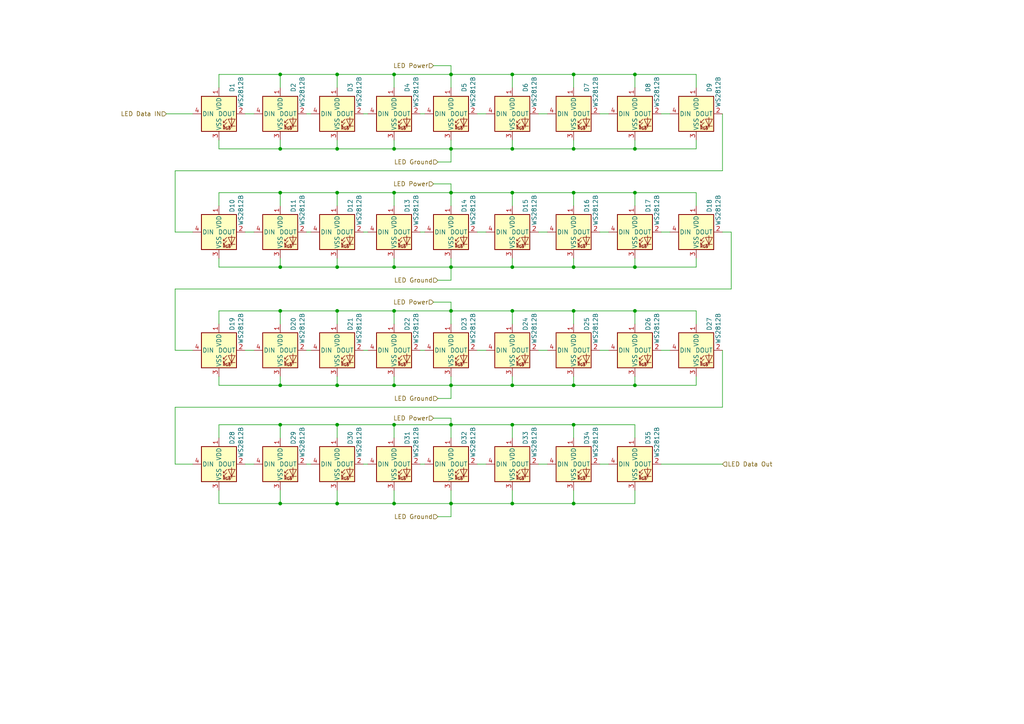
<source format=kicad_sch>
(kicad_sch (version 20211123) (generator eeschema)
  (paper "A4")
  (lib_symbols
    (symbol "LED:WS2812B" (pin_names (offset 0.254))
      (property "Reference" "D" (at 5.08 5.715 0))
      (property "Value" "WS2812B" (at 1.27 -5.715 0))
      (symbol "WS2812B_0_0"
        (text "RGB" (at 2.286 -4.191 0) (effects (font (size 0.762 0.762))))
      )
      (symbol "WS2812B_0_1"
        (polyline (pts (xy 1.27 -3.556) (xy 1.778 -3.556)))
        (polyline (pts (xy 1.27 -2.54) (xy 1.778 -2.54)))
        (polyline (pts (xy 4.699 -3.556) (xy 2.667 -3.556)))
        (polyline (pts (xy 2.286 -2.54) (xy 1.27 -3.556) (xy 1.27 -3.048)))
        (polyline (pts (xy 2.286 -1.524) (xy 1.27 -2.54) (xy 1.27 -2.032)))
        (polyline (pts (xy 3.683 -1.016) (xy 3.683 -3.556) (xy 3.683 -4.064)))
        (polyline (pts (xy 4.699 -1.524) (xy 2.667 -1.524) (xy 3.683 -3.556) (xy 4.699 -1.524)))
        (rectangle (start 5.08 5.08) (end -5.08 -5.08) (stroke (width 0.254)) (fill (type background)))
      )
      (symbol "WS2812B_1_1"
        (pin power_in line (at 0 7.62 270) (length 2.54) (name "VDD") (number "1"))
        (pin output line (at 7.62 0 180) (length 2.54) (name "DOUT") (number "2"))
        (pin power_in line (at 0 -7.62 90) (length 2.54) (name "VSS") (number "3"))
        (pin input line (at -7.62 0 0) (length 2.54) (name "DIN") (number "4"))
      )
    )
  )
  (junction (at 97.79 77.47))
  (junction (at 148.59 43.18))
  (junction (at 184.15 90.17))
  (junction (at 81.28 43.18))
  (junction (at 130.81 146.05))
  (junction (at 148.59 21.59))
  (junction (at 130.81 55.88))
  (junction (at 81.28 123.19))
  (junction (at 97.79 123.19))
  (junction (at 148.59 111.76))
  (junction (at 166.37 55.88))
  (junction (at 148.59 90.17))
  (junction (at 81.28 21.59))
  (junction (at 81.28 146.05))
  (junction (at 97.79 21.59))
  (junction (at 81.28 90.17))
  (junction (at 130.81 21.59))
  (junction (at 184.15 21.59))
  (junction (at 130.81 90.17))
  (junction (at 114.3 55.88))
  (junction (at 81.28 77.47))
  (junction (at 97.79 90.17))
  (junction (at 148.59 146.05))
  (junction (at 184.15 43.18))
  (junction (at 81.28 55.88))
  (junction (at 81.28 111.76))
  (junction (at 184.15 55.88))
  (junction (at 184.15 77.47))
  (junction (at 166.37 43.18))
  (junction (at 148.59 77.47))
  (junction (at 130.81 43.18))
  (junction (at 166.37 146.05))
  (junction (at 166.37 77.47))
  (junction (at 166.37 90.17))
  (junction (at 130.81 123.19))
  (junction (at 148.59 55.88))
  (junction (at 114.3 146.05))
  (junction (at 97.79 43.18))
  (junction (at 166.37 111.76))
  (junction (at 166.37 21.59))
  (junction (at 97.79 146.05))
  (junction (at 130.81 111.76))
  (junction (at 184.15 111.76))
  (junction (at 97.79 55.88))
  (junction (at 114.3 77.47))
  (junction (at 114.3 21.59))
  (junction (at 114.3 90.17))
  (junction (at 130.81 77.47))
  (junction (at 97.79 111.76))
  (junction (at 166.37 123.19))
  (junction (at 114.3 123.19))
  (junction (at 114.3 111.76))
  (junction (at 148.59 123.19))
  (junction (at 114.3 43.18))
  (wire (pts (xy 81.28 90.17) (xy 63.5 90.17)))
  (wire (pts (xy 81.28 77.47) (xy 81.28 74.93)))
  (wire (pts (xy 148.59 111.76) (xy 148.59 109.22)))
  (wire (pts (xy 63.5 142.24) (xy 63.5 146.05)))
  (wire (pts (xy 166.37 43.18) (xy 184.15 43.18)))
  (wire (pts (xy 125.73 87.63) (xy 130.81 87.63)))
  (wire (pts (xy 97.79 90.17) (xy 114.3 90.17)))
  (wire (pts (xy 184.15 111.76) (xy 184.15 109.22)))
  (wire (pts (xy 97.79 111.76) (xy 114.3 111.76)))
  (wire (pts (xy 166.37 123.19) (xy 166.37 127)))
  (wire (pts (xy 114.3 146.05) (xy 130.81 146.05)))
  (wire (pts (xy 97.79 77.47) (xy 114.3 77.47)))
  (wire (pts (xy 184.15 55.88) (xy 201.93 55.88)))
  (wire (pts (xy 184.15 55.88) (xy 184.15 59.69)))
  (wire (pts (xy 130.81 111.76) (xy 130.81 115.57)))
  (wire (pts (xy 97.79 77.47) (xy 81.28 77.47)))
  (wire (pts (xy 130.81 81.28) (xy 127 81.28)))
  (wire (pts (xy 191.77 101.6) (xy 194.31 101.6)))
  (wire (pts (xy 130.81 121.285) (xy 125.73 121.285)))
  (wire (pts (xy 173.99 134.62) (xy 176.53 134.62)))
  (wire (pts (xy 173.99 67.31) (xy 176.53 67.31)))
  (wire (pts (xy 97.79 111.76) (xy 97.79 109.22)))
  (wire (pts (xy 97.79 123.19) (xy 114.3 123.19)))
  (wire (pts (xy 156.21 67.31) (xy 158.75 67.31)))
  (wire (pts (xy 81.28 90.17) (xy 81.28 93.98)))
  (wire (pts (xy 130.81 146.05) (xy 130.81 142.24)))
  (wire (pts (xy 166.37 111.76) (xy 166.37 109.22)))
  (wire (pts (xy 63.5 90.17) (xy 63.5 93.98)))
  (wire (pts (xy 184.15 43.18) (xy 184.15 40.64)))
  (wire (pts (xy 130.81 111.76) (xy 130.81 109.22)))
  (wire (pts (xy 121.92 134.62) (xy 123.19 134.62)))
  (wire (pts (xy 191.77 33.02) (xy 194.31 33.02)))
  (wire (pts (xy 130.81 46.99) (xy 127 46.99)))
  (wire (pts (xy 81.28 21.59) (xy 63.5 21.59)))
  (wire (pts (xy 121.92 33.02) (xy 123.19 33.02)))
  (wire (pts (xy 130.81 90.17) (xy 148.59 90.17)))
  (wire (pts (xy 148.59 90.17) (xy 148.59 93.98)))
  (wire (pts (xy 130.81 146.05) (xy 130.81 149.86)))
  (wire (pts (xy 114.3 43.18) (xy 130.81 43.18)))
  (wire (pts (xy 173.99 33.02) (xy 176.53 33.02)))
  (wire (pts (xy 63.5 146.05) (xy 81.28 146.05)))
  (wire (pts (xy 166.37 21.59) (xy 166.37 25.4)))
  (wire (pts (xy 81.28 111.76) (xy 63.5 111.76)))
  (wire (pts (xy 130.81 123.19) (xy 130.81 121.285)))
  (wire (pts (xy 166.37 90.17) (xy 184.15 90.17)))
  (wire (pts (xy 130.81 55.88) (xy 148.59 55.88)))
  (wire (pts (xy 81.28 90.17) (xy 97.79 90.17)))
  (wire (pts (xy 125.73 53.34) (xy 130.81 53.34)))
  (wire (pts (xy 81.28 21.59) (xy 97.79 21.59)))
  (wire (pts (xy 156.21 134.62) (xy 158.75 134.62)))
  (wire (pts (xy 130.81 19.05) (xy 130.81 21.59)))
  (wire (pts (xy 114.3 111.76) (xy 130.81 111.76)))
  (wire (pts (xy 138.43 134.62) (xy 140.97 134.62)))
  (wire (pts (xy 209.55 118.11) (xy 50.8 118.11)))
  (wire (pts (xy 81.28 123.19) (xy 97.79 123.19)))
  (wire (pts (xy 212.09 67.31) (xy 212.09 83.82)))
  (wire (pts (xy 148.59 43.18) (xy 148.59 40.64)))
  (wire (pts (xy 166.37 146.05) (xy 166.37 142.24)))
  (wire (pts (xy 130.81 43.18) (xy 148.59 43.18)))
  (wire (pts (xy 97.79 123.19) (xy 97.79 127)))
  (wire (pts (xy 130.81 43.18) (xy 130.81 46.99)))
  (wire (pts (xy 191.77 67.31) (xy 194.31 67.31)))
  (wire (pts (xy 209.55 33.02) (xy 209.55 49.53)))
  (wire (pts (xy 201.93 109.22) (xy 201.93 111.76)))
  (wire (pts (xy 130.81 90.17) (xy 130.81 93.98)))
  (wire (pts (xy 166.37 90.17) (xy 166.37 93.98)))
  (wire (pts (xy 71.12 33.02) (xy 73.66 33.02)))
  (wire (pts (xy 81.28 111.76) (xy 81.28 109.22)))
  (wire (pts (xy 184.15 146.05) (xy 184.15 142.24)))
  (wire (pts (xy 209.55 101.6) (xy 209.55 118.11)))
  (wire (pts (xy 148.59 21.59) (xy 166.37 21.59)))
  (wire (pts (xy 114.3 123.19) (xy 114.3 127)))
  (wire (pts (xy 166.37 21.59) (xy 184.15 21.59)))
  (wire (pts (xy 81.28 55.88) (xy 97.79 55.88)))
  (wire (pts (xy 148.59 123.19) (xy 148.59 127)))
  (wire (pts (xy 130.81 123.19) (xy 130.81 127)))
  (wire (pts (xy 63.5 123.19) (xy 81.28 123.19)))
  (wire (pts (xy 81.28 77.47) (xy 63.5 77.47)))
  (wire (pts (xy 184.15 90.17) (xy 184.15 93.98)))
  (wire (pts (xy 184.15 111.76) (xy 201.93 111.76)))
  (wire (pts (xy 97.79 43.18) (xy 97.79 40.64)))
  (wire (pts (xy 71.12 134.62) (xy 73.66 134.62)))
  (wire (pts (xy 166.37 77.47) (xy 166.37 74.93)))
  (wire (pts (xy 201.93 40.64) (xy 201.93 43.18)))
  (wire (pts (xy 184.15 77.47) (xy 184.15 74.93)))
  (wire (pts (xy 173.99 101.6) (xy 176.53 101.6)))
  (wire (pts (xy 97.79 21.59) (xy 97.79 25.4)))
  (wire (pts (xy 71.12 101.6) (xy 73.66 101.6)))
  (wire (pts (xy 209.55 67.31) (xy 212.09 67.31)))
  (wire (pts (xy 97.79 55.88) (xy 114.3 55.88)))
  (wire (pts (xy 114.3 77.47) (xy 130.81 77.47)))
  (wire (pts (xy 212.09 83.82) (xy 50.8 83.82)))
  (wire (pts (xy 81.28 146.05) (xy 81.28 142.24)))
  (wire (pts (xy 97.79 146.05) (xy 114.3 146.05)))
  (wire (pts (xy 201.93 21.59) (xy 201.93 25.4)))
  (wire (pts (xy 130.81 115.57) (xy 127 115.57)))
  (wire (pts (xy 114.3 146.05) (xy 114.3 142.24)))
  (wire (pts (xy 130.81 55.88) (xy 130.81 59.69)))
  (wire (pts (xy 50.8 118.11) (xy 50.8 134.62)))
  (wire (pts (xy 88.9 101.6) (xy 90.17 101.6)))
  (wire (pts (xy 138.43 101.6) (xy 140.97 101.6)))
  (wire (pts (xy 130.81 87.63) (xy 130.81 90.17)))
  (wire (pts (xy 121.92 67.31) (xy 123.19 67.31)))
  (wire (pts (xy 97.79 77.47) (xy 97.79 74.93)))
  (wire (pts (xy 130.81 111.76) (xy 148.59 111.76)))
  (wire (pts (xy 148.59 90.17) (xy 166.37 90.17)))
  (wire (pts (xy 50.8 83.82) (xy 50.8 101.6)))
  (wire (pts (xy 130.81 21.59) (xy 130.81 25.4)))
  (wire (pts (xy 97.79 43.18) (xy 114.3 43.18)))
  (wire (pts (xy 81.28 123.19) (xy 81.28 127)))
  (wire (pts (xy 201.93 74.93) (xy 201.93 77.47)))
  (wire (pts (xy 148.59 55.88) (xy 166.37 55.88)))
  (wire (pts (xy 63.5 43.18) (xy 63.5 40.64)))
  (wire (pts (xy 105.41 67.31) (xy 106.68 67.31)))
  (wire (pts (xy 148.59 21.59) (xy 148.59 25.4)))
  (wire (pts (xy 50.8 49.53) (xy 50.8 67.31)))
  (wire (pts (xy 130.81 43.18) (xy 130.81 40.64)))
  (wire (pts (xy 97.79 55.88) (xy 97.79 59.69)))
  (wire (pts (xy 105.41 134.62) (xy 106.68 134.62)))
  (wire (pts (xy 148.59 77.47) (xy 166.37 77.47)))
  (wire (pts (xy 105.41 101.6) (xy 106.68 101.6)))
  (wire (pts (xy 184.15 21.59) (xy 184.15 25.4)))
  (wire (pts (xy 130.81 149.86) (xy 127 149.86)))
  (wire (pts (xy 191.77 134.62) (xy 209.55 134.62)))
  (wire (pts (xy 81.28 43.18) (xy 81.28 40.64)))
  (wire (pts (xy 63.5 55.88) (xy 63.5 59.69)))
  (wire (pts (xy 48.26 33.02) (xy 55.88 33.02)))
  (wire (pts (xy 130.81 77.47) (xy 130.81 81.28)))
  (wire (pts (xy 50.8 101.6) (xy 55.88 101.6)))
  (wire (pts (xy 125.73 19.05) (xy 130.81 19.05)))
  (wire (pts (xy 148.59 123.19) (xy 166.37 123.19)))
  (wire (pts (xy 63.5 77.47) (xy 63.5 74.93)))
  (wire (pts (xy 105.41 33.02) (xy 106.68 33.02)))
  (wire (pts (xy 88.9 33.02) (xy 90.17 33.02)))
  (wire (pts (xy 97.79 90.17) (xy 97.79 93.98)))
  (wire (pts (xy 81.28 146.05) (xy 97.79 146.05)))
  (wire (pts (xy 130.81 123.19) (xy 148.59 123.19)))
  (wire (pts (xy 148.59 55.88) (xy 148.59 59.69)))
  (wire (pts (xy 166.37 43.18) (xy 166.37 40.64)))
  (wire (pts (xy 166.37 77.47) (xy 184.15 77.47)))
  (wire (pts (xy 114.3 123.19) (xy 130.81 123.19)))
  (wire (pts (xy 50.8 67.31) (xy 55.88 67.31)))
  (wire (pts (xy 148.59 111.76) (xy 166.37 111.76)))
  (wire (pts (xy 201.93 90.17) (xy 201.93 93.98)))
  (wire (pts (xy 81.28 21.59) (xy 81.28 25.4)))
  (wire (pts (xy 114.3 21.59) (xy 130.81 21.59)))
  (wire (pts (xy 63.5 111.76) (xy 63.5 109.22)))
  (wire (pts (xy 184.15 123.19) (xy 184.15 127)))
  (wire (pts (xy 114.3 21.59) (xy 114.3 25.4)))
  (wire (pts (xy 97.79 21.59) (xy 114.3 21.59)))
  (wire (pts (xy 88.9 67.31) (xy 90.17 67.31)))
  (wire (pts (xy 148.59 43.18) (xy 166.37 43.18)))
  (wire (pts (xy 97.79 43.18) (xy 81.28 43.18)))
  (wire (pts (xy 184.15 77.47) (xy 201.93 77.47)))
  (wire (pts (xy 114.3 55.88) (xy 114.3 59.69)))
  (wire (pts (xy 81.28 55.88) (xy 63.5 55.88)))
  (wire (pts (xy 130.81 146.05) (xy 148.59 146.05)))
  (wire (pts (xy 166.37 123.19) (xy 184.15 123.19)))
  (wire (pts (xy 114.3 90.17) (xy 114.3 93.98)))
  (wire (pts (xy 138.43 33.02) (xy 140.97 33.02)))
  (wire (pts (xy 97.79 111.76) (xy 81.28 111.76)))
  (wire (pts (xy 148.59 146.05) (xy 148.59 142.24)))
  (wire (pts (xy 71.12 67.31) (xy 73.66 67.31)))
  (wire (pts (xy 114.3 90.17) (xy 130.81 90.17)))
  (wire (pts (xy 184.15 90.17) (xy 201.93 90.17)))
  (wire (pts (xy 166.37 111.76) (xy 184.15 111.76)))
  (wire (pts (xy 130.81 53.34) (xy 130.81 55.88)))
  (wire (pts (xy 184.15 43.18) (xy 201.93 43.18)))
  (wire (pts (xy 130.81 77.47) (xy 148.59 77.47)))
  (wire (pts (xy 184.15 21.59) (xy 201.93 21.59)))
  (wire (pts (xy 156.21 33.02) (xy 158.75 33.02)))
  (wire (pts (xy 81.28 43.18) (xy 63.5 43.18)))
  (wire (pts (xy 166.37 146.05) (xy 184.15 146.05)))
  (wire (pts (xy 166.37 55.88) (xy 166.37 59.69)))
  (wire (pts (xy 201.93 55.88) (xy 201.93 59.69)))
  (wire (pts (xy 166.37 55.88) (xy 184.15 55.88)))
  (wire (pts (xy 81.28 55.88) (xy 81.28 59.69)))
  (wire (pts (xy 148.59 146.05) (xy 166.37 146.05)))
  (wire (pts (xy 114.3 55.88) (xy 130.81 55.88)))
  (wire (pts (xy 50.8 134.62) (xy 55.88 134.62)))
  (wire (pts (xy 156.21 101.6) (xy 158.75 101.6)))
  (wire (pts (xy 148.59 77.47) (xy 148.59 74.93)))
  (wire (pts (xy 138.43 67.31) (xy 140.97 67.31)))
  (wire (pts (xy 63.5 21.59) (xy 63.5 25.4)))
  (wire (pts (xy 114.3 43.18) (xy 114.3 40.64)))
  (wire (pts (xy 63.5 127) (xy 63.5 123.19)))
  (wire (pts (xy 121.92 101.6) (xy 123.19 101.6)))
  (wire (pts (xy 97.79 146.05) (xy 97.79 142.24)))
  (wire (pts (xy 88.9 134.62) (xy 90.17 134.62)))
  (wire (pts (xy 130.81 21.59) (xy 148.59 21.59)))
  (wire (pts (xy 114.3 77.47) (xy 114.3 74.93)))
  (wire (pts (xy 209.55 49.53) (xy 50.8 49.53)))
  (wire (pts (xy 130.81 77.47) (xy 130.81 74.93)))
  (wire (pts (xy 114.3 111.76) (xy 114.3 109.22)))
  (hierarchical_label "LED Data IN" (shape input) (at 48.26 33.02 180))
  (hierarchical_label "LED Power" (shape input) (at 125.73 53.34 180))
  (hierarchical_label "LED Ground" (shape input) (at 127 46.99 180))
  (hierarchical_label "LED Power" (shape input) (at 125.73 87.63 180))
  (hierarchical_label "LED Ground" (shape input) (at 127 149.86 180))
  (hierarchical_label "LED Data Out" (shape input) (at 209.55 134.62 0))
  (hierarchical_label "LED Ground" (shape input) (at 127 81.28 180))
  (hierarchical_label "LED Power" (shape input) (at 125.73 19.05 180))
  (hierarchical_label "LED Ground" (shape input) (at 127 115.57 180))
  (hierarchical_label "LED Power" (shape input) (at 125.73 121.285 180))
  (symbol (lib_id "LED:WS2812B") (at 166.37 101.6 0) (unit 1)
    (property "Reference" "D25" (at 170.18 93.98 90))
    (property "Value" "WS2812B" (at 172.72 95.25 90))
    (property "Footprint" "LED_SMD:LED_WS2812B_PLCC4_5.0x5.0mm_P3.2mm" (effects hide))
    (property "Datasheet" "https://cdn-shop.adafruit.com/datasheets/WS2812B.pdf" (effects hide))
  )
  (symbol (lib_id "LED:WS2812B") (at 130.81 134.62 0) (unit 1)
    (property "Reference" "D32" (at 134.62 127 90))
    (property "Value" "WS2812B" (at 137.16 128.27 90))
    (property "Footprint" "LED_SMD:LED_WS2812B_PLCC4_5.0x5.0mm_P3.2mm" (effects hide))
    (property "Datasheet" "https://cdn-shop.adafruit.com/datasheets/WS2812B.pdf" (effects hide))
  )
  (symbol (lib_id "LED:WS2812B") (at 148.59 33.02 0) (unit 1)
    (property "Reference" "D6" (at 152.4 25.4 90))
    (property "Value" "WS2812B" (at 154.94 26.67 90))
    (property "Footprint" "LED_SMD:LED_WS2812B_PLCC4_5.0x5.0mm_P3.2mm" (effects hide))
    (property "Datasheet" "https://cdn-shop.adafruit.com/datasheets/WS2812B.pdf" (effects hide))
  )
  (symbol (lib_id "LED:WS2812B") (at 114.3 134.62 0) (unit 1)
    (property "Reference" "D31" (at 118.11 127 90))
    (property "Value" "WS2812B" (at 120.65 128.27 90))
    (property "Footprint" "LED_SMD:LED_WS2812B_PLCC4_5.0x5.0mm_P3.2mm" (effects hide))
    (property "Datasheet" "https://cdn-shop.adafruit.com/datasheets/WS2812B.pdf" (effects hide))
  )
  (symbol (lib_id "LED:WS2812B") (at 130.81 33.02 0) (unit 1)
    (property "Reference" "D5" (at 134.62 25.4 90))
    (property "Value" "WS2812B" (at 137.16 26.67 90))
    (property "Footprint" "LED_SMD:LED_WS2812B_PLCC4_5.0x5.0mm_P3.2mm" (effects hide))
    (property "Datasheet" "https://cdn-shop.adafruit.com/datasheets/WS2812B.pdf" (effects hide))
  )
  (symbol (lib_id "LED:WS2812B") (at 114.3 67.31 0) (unit 1)
    (property "Reference" "D13" (at 118.11 59.69 90))
    (property "Value" "WS2812B" (at 120.65 60.96 90))
    (property "Footprint" "LED_SMD:LED_WS2812B_PLCC4_5.0x5.0mm_P3.2mm" (effects hide))
    (property "Datasheet" "https://cdn-shop.adafruit.com/datasheets/WS2812B.pdf" (effects hide))
  )
  (symbol (lib_id "LED:WS2812B") (at 63.5 67.31 0) (unit 1)
    (property "Reference" "D10" (at 67.31 59.69 90))
    (property "Value" "WS2812B" (at 69.85 60.96 90))
    (property "Footprint" "LED_SMD:LED_WS2812B_PLCC4_5.0x5.0mm_P3.2mm" (effects hide))
    (property "Datasheet" "https://cdn-shop.adafruit.com/datasheets/WS2812B.pdf" (effects hide))
  )
  (symbol (lib_id "LED:WS2812B") (at 201.93 33.02 0) (unit 1)
    (property "Reference" "D9" (at 205.74 25.4 90))
    (property "Value" "WS2812B" (at 208.28 26.67 90))
    (property "Footprint" "LED_SMD:LED_WS2812B_PLCC4_5.0x5.0mm_P3.2mm" (effects hide))
    (property "Datasheet" "https://cdn-shop.adafruit.com/datasheets/WS2812B.pdf" (effects hide))
  )
  (symbol (lib_id "LED:WS2812B") (at 81.28 67.31 0) (unit 1)
    (property "Reference" "D11" (at 85.09 59.69 90))
    (property "Value" "WS2812B" (at 87.63 60.96 90))
    (property "Footprint" "LED_SMD:LED_WS2812B_PLCC4_5.0x5.0mm_P3.2mm" (effects hide))
    (property "Datasheet" "https://cdn-shop.adafruit.com/datasheets/WS2812B.pdf" (effects hide))
  )
  (symbol (lib_id "LED:WS2812B") (at 63.5 101.6 0) (unit 1)
    (property "Reference" "D19" (at 67.31 93.98 90))
    (property "Value" "WS2812B" (at 69.85 95.25 90))
    (property "Footprint" "LED_SMD:LED_WS2812B_PLCC4_5.0x5.0mm_P3.2mm" (effects hide))
    (property "Datasheet" "https://cdn-shop.adafruit.com/datasheets/WS2812B.pdf" (effects hide))
  )
  (symbol (lib_id "LED:WS2812B") (at 114.3 101.6 0) (unit 1)
    (property "Reference" "D22" (at 118.11 93.98 90))
    (property "Value" "WS2812B" (at 120.65 95.25 90))
    (property "Footprint" "LED_SMD:LED_WS2812B_PLCC4_5.0x5.0mm_P3.2mm" (effects hide))
    (property "Datasheet" "https://cdn-shop.adafruit.com/datasheets/WS2812B.pdf" (effects hide))
  )
  (symbol (lib_id "LED:WS2812B") (at 63.5 134.62 0) (unit 1)
    (property "Reference" "D28" (at 67.31 127 90))
    (property "Value" "WS2812B" (at 69.85 128.27 90))
    (property "Footprint" "LED_SMD:LED_WS2812B_PLCC4_5.0x5.0mm_P3.2mm" (effects hide))
    (property "Datasheet" "https://cdn-shop.adafruit.com/datasheets/WS2812B.pdf" (effects hide))
  )
  (symbol (lib_id "LED:WS2812B") (at 148.59 134.62 0) (unit 1)
    (property "Reference" "D33" (at 152.4 127 90))
    (property "Value" "WS2812B" (at 154.94 128.27 90))
    (property "Footprint" "LED_SMD:LED_WS2812B_PLCC4_5.0x5.0mm_P3.2mm" (effects hide))
    (property "Datasheet" "https://cdn-shop.adafruit.com/datasheets/WS2812B.pdf" (effects hide))
  )
  (symbol (lib_id "LED:WS2812B") (at 97.79 33.02 0) (unit 1)
    (property "Reference" "D3" (at 101.6 25.4 90))
    (property "Value" "WS2812B" (at 104.14 26.67 90))
    (property "Footprint" "LED_SMD:LED_WS2812B_PLCC4_5.0x5.0mm_P3.2mm" (effects hide))
    (property "Datasheet" "https://cdn-shop.adafruit.com/datasheets/WS2812B.pdf" (effects hide))
  )
  (symbol (lib_id "LED:WS2812B") (at 201.93 67.31 0) (unit 1)
    (property "Reference" "D18" (at 205.74 59.69 90))
    (property "Value" "WS2812B" (at 208.28 60.96 90))
    (property "Footprint" "LED_SMD:LED_WS2812B_PLCC4_5.0x5.0mm_P3.2mm" (effects hide))
    (property "Datasheet" "https://cdn-shop.adafruit.com/datasheets/WS2812B.pdf" (effects hide))
  )
  (symbol (lib_id "LED:WS2812B") (at 201.93 101.6 0) (unit 1)
    (property "Reference" "D27" (at 205.74 93.98 90))
    (property "Value" "WS2812B" (at 208.28 95.25 90))
    (property "Footprint" "LED_SMD:LED_WS2812B_PLCC4_5.0x5.0mm_P3.2mm" (effects hide))
    (property "Datasheet" "https://cdn-shop.adafruit.com/datasheets/WS2812B.pdf" (effects hide))
  )
  (symbol (lib_id "LED:WS2812B") (at 63.5 33.02 0) (unit 1)
    (property "Reference" "D1" (at 67.31 25.4 90))
    (property "Value" "WS2812B" (at 69.85 26.67 90))
    (property "Footprint" "LED_SMD:LED_WS2812B_PLCC4_5.0x5.0mm_P3.2mm" (effects hide))
    (property "Datasheet" "https://cdn-shop.adafruit.com/datasheets/WS2812B.pdf" (effects hide))
  )
  (symbol (lib_id "LED:WS2812B") (at 166.37 134.62 0) (unit 1)
    (property "Reference" "D34" (at 170.18 127 90))
    (property "Value" "WS2812B" (at 172.72 128.27 90))
    (property "Footprint" "LED_SMD:LED_WS2812B_PLCC4_5.0x5.0mm_P3.2mm" (effects hide))
    (property "Datasheet" "https://cdn-shop.adafruit.com/datasheets/WS2812B.pdf" (effects hide))
  )
  (symbol (lib_id "LED:WS2812B") (at 184.15 67.31 0) (unit 1)
    (property "Reference" "D17" (at 187.96 59.69 90))
    (property "Value" "WS2812B" (at 190.5 60.96 90))
    (property "Footprint" "LED_SMD:LED_WS2812B_PLCC4_5.0x5.0mm_P3.2mm" (effects hide))
    (property "Datasheet" "https://cdn-shop.adafruit.com/datasheets/WS2812B.pdf" (effects hide))
  )
  (symbol (lib_id "LED:WS2812B") (at 184.15 134.62 0) (unit 1)
    (property "Reference" "D35" (at 187.96 127 90))
    (property "Value" "WS2812B" (at 190.5 128.27 90))
    (property "Footprint" "LED_SMD:LED_WS2812B_PLCC4_5.0x5.0mm_P3.2mm" (effects hide))
    (property "Datasheet" "https://cdn-shop.adafruit.com/datasheets/WS2812B.pdf" (effects hide))
  )
  (symbol (lib_id "LED:WS2812B") (at 184.15 101.6 0) (unit 1)
    (property "Reference" "D26" (at 187.96 93.98 90))
    (property "Value" "WS2812B" (at 190.5 95.25 90))
    (property "Footprint" "LED_SMD:LED_WS2812B_PLCC4_5.0x5.0mm_P3.2mm" (effects hide))
    (property "Datasheet" "https://cdn-shop.adafruit.com/datasheets/WS2812B.pdf" (effects hide))
  )
  (symbol (lib_id "LED:WS2812B") (at 97.79 67.31 0) (unit 1)
    (property "Reference" "D12" (at 101.6 59.69 90))
    (property "Value" "WS2812B" (at 104.14 60.96 90))
    (property "Footprint" "LED_SMD:LED_WS2812B_PLCC4_5.0x5.0mm_P3.2mm" (effects hide))
    (property "Datasheet" "https://cdn-shop.adafruit.com/datasheets/WS2812B.pdf" (effects hide))
  )
  (symbol (lib_id "LED:WS2812B") (at 130.81 67.31 0) (unit 1)
    (property "Reference" "D14" (at 134.62 59.69 90))
    (property "Value" "WS2812B" (at 137.16 60.96 90))
    (property "Footprint" "LED_SMD:LED_WS2812B_PLCC4_5.0x5.0mm_P3.2mm" (effects hide))
    (property "Datasheet" "https://cdn-shop.adafruit.com/datasheets/WS2812B.pdf" (effects hide))
  )
  (symbol (lib_id "LED:WS2812B") (at 148.59 67.31 0) (unit 1)
    (property "Reference" "D15" (at 152.4 59.69 90))
    (property "Value" "WS2812B" (at 154.94 60.96 90))
    (property "Footprint" "LED_SMD:LED_WS2812B_PLCC4_5.0x5.0mm_P3.2mm" (effects hide))
    (property "Datasheet" "https://cdn-shop.adafruit.com/datasheets/WS2812B.pdf" (effects hide))
  )
  (symbol (lib_id "LED:WS2812B") (at 114.3 33.02 0) (unit 1)
    (property "Reference" "D4" (at 118.11 25.4 90))
    (property "Value" "WS2812B" (at 120.65 26.67 90))
    (property "Footprint" "LED_SMD:LED_WS2812B_PLCC4_5.0x5.0mm_P3.2mm" (effects hide))
    (property "Datasheet" "https://cdn-shop.adafruit.com/datasheets/WS2812B.pdf" (effects hide))
  )
  (symbol (lib_id "LED:WS2812B") (at 130.81 101.6 0) (unit 1)
    (property "Reference" "D23" (at 134.62 93.98 90))
    (property "Value" "WS2812B" (at 137.16 95.25 90))
    (property "Footprint" "LED_SMD:LED_WS2812B_PLCC4_5.0x5.0mm_P3.2mm" (effects hide))
    (property "Datasheet" "https://cdn-shop.adafruit.com/datasheets/WS2812B.pdf" (effects hide))
  )
  (symbol (lib_id "LED:WS2812B") (at 166.37 67.31 0) (unit 1)
    (property "Reference" "D16" (at 170.18 59.69 90))
    (property "Value" "WS2812B" (at 172.72 60.96 90))
    (property "Footprint" "LED_SMD:LED_WS2812B_PLCC4_5.0x5.0mm_P3.2mm" (effects hide))
    (property "Datasheet" "https://cdn-shop.adafruit.com/datasheets/WS2812B.pdf" (effects hide))
  )
  (symbol (lib_id "LED:WS2812B") (at 148.59 101.6 0) (unit 1)
    (property "Reference" "D24" (at 152.4 93.98 90))
    (property "Value" "WS2812B" (at 154.94 95.25 90))
    (property "Footprint" "LED_SMD:LED_WS2812B_PLCC4_5.0x5.0mm_P3.2mm" (effects hide))
    (property "Datasheet" "https://cdn-shop.adafruit.com/datasheets/WS2812B.pdf" (effects hide))
  )
  (symbol (lib_id "LED:WS2812B") (at 81.28 134.62 0) (unit 1)
    (property "Reference" "D29" (at 85.09 127 90))
    (property "Value" "WS2812B" (at 87.63 128.27 90))
    (property "Footprint" "LED_SMD:LED_WS2812B_PLCC4_5.0x5.0mm_P3.2mm" (effects hide))
    (property "Datasheet" "https://cdn-shop.adafruit.com/datasheets/WS2812B.pdf" (effects hide))
  )
  (symbol (lib_id "LED:WS2812B") (at 166.37 33.02 0) (unit 1)
    (property "Reference" "D7" (at 170.18 25.4 90))
    (property "Value" "WS2812B" (at 172.72 26.67 90))
    (property "Footprint" "LED_SMD:LED_WS2812B_PLCC4_5.0x5.0mm_P3.2mm" (effects hide))
    (property "Datasheet" "https://cdn-shop.adafruit.com/datasheets/WS2812B.pdf" (effects hide))
  )
  (symbol (lib_id "LED:WS2812B") (at 81.28 33.02 0) (unit 1)
    (property "Reference" "D2" (at 85.09 25.4 90))
    (property "Value" "WS2812B" (at 87.63 26.67 90))
    (property "Footprint" "LED_SMD:LED_WS2812B_PLCC4_5.0x5.0mm_P3.2mm" (effects hide))
    (property "Datasheet" "https://cdn-shop.adafruit.com/datasheets/WS2812B.pdf" (effects hide))
  )
  (symbol (lib_id "LED:WS2812B") (at 184.15 33.02 0) (unit 1)
    (property "Reference" "D8" (at 187.96 25.4 90))
    (property "Value" "WS2812B" (at 190.5 26.67 90))
    (property "Footprint" "LED_SMD:LED_WS2812B_PLCC4_5.0x5.0mm_P3.2mm" (effects hide))
    (property "Datasheet" "https://cdn-shop.adafruit.com/datasheets/WS2812B.pdf" (effects hide))
  )
  (symbol (lib_id "LED:WS2812B") (at 81.28 101.6 0) (unit 1)
    (property "Reference" "D20" (at 85.09 93.98 90))
    (property "Value" "WS2812B" (at 87.63 95.25 90))
    (property "Footprint" "LED_SMD:LED_WS2812B_PLCC4_5.0x5.0mm_P3.2mm" (effects hide))
    (property "Datasheet" "https://cdn-shop.adafruit.com/datasheets/WS2812B.pdf" (effects hide))
  )
  (symbol (lib_id "LED:WS2812B") (at 97.79 134.62 0) (unit 1)
    (property "Reference" "D30" (at 101.6 127 90))
    (property "Value" "WS2812B" (at 104.14 128.27 90))
    (property "Footprint" "LED_SMD:LED_WS2812B_PLCC4_5.0x5.0mm_P3.2mm" (effects hide))
    (property "Datasheet" "https://cdn-shop.adafruit.com/datasheets/WS2812B.pdf" (effects hide))
  )
  (symbol (lib_id "LED:WS2812B") (at 97.79 101.6 0) (unit 1)
    (property "Reference" "D21" (at 101.6 93.98 90))
    (property "Value" "WS2812B" (at 104.14 95.25 90))
    (property "Footprint" "LED_SMD:LED_WS2812B_PLCC4_5.0x5.0mm_P3.2mm" (effects hide))
    (property "Datasheet" "https://cdn-shop.adafruit.com/datasheets/WS2812B.pdf" (effects hide))
  )
)
</source>
